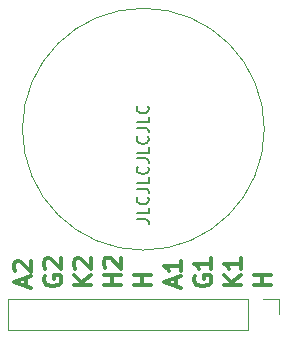
<source format=gbr>
%TF.GenerationSoftware,KiCad,Pcbnew,(6.0.5)*%
%TF.CreationDate,2023-01-12T11:55:51-05:00*%
%TF.ProjectId,12ax7_pins,31326178-375f-4706-996e-732e6b696361,rev?*%
%TF.SameCoordinates,Original*%
%TF.FileFunction,Legend,Top*%
%TF.FilePolarity,Positive*%
%FSLAX46Y46*%
G04 Gerber Fmt 4.6, Leading zero omitted, Abs format (unit mm)*
G04 Created by KiCad (PCBNEW (6.0.5)) date 2023-01-12 11:55:51*
%MOMM*%
%LPD*%
G01*
G04 APERTURE LIST*
%ADD10C,0.200000*%
%ADD11C,0.300000*%
%ADD12C,0.120000*%
G04 APERTURE END LIST*
D10*
X159472380Y-101139047D02*
X160186666Y-101139047D01*
X160329523Y-101186666D01*
X160424761Y-101281904D01*
X160472380Y-101424761D01*
X160472380Y-101520000D01*
X160472380Y-100186666D02*
X160472380Y-100662857D01*
X159472380Y-100662857D01*
X160377142Y-99281904D02*
X160424761Y-99329523D01*
X160472380Y-99472380D01*
X160472380Y-99567619D01*
X160424761Y-99710476D01*
X160329523Y-99805714D01*
X160234285Y-99853333D01*
X160043809Y-99900952D01*
X159900952Y-99900952D01*
X159710476Y-99853333D01*
X159615238Y-99805714D01*
X159520000Y-99710476D01*
X159472380Y-99567619D01*
X159472380Y-99472380D01*
X159520000Y-99329523D01*
X159567619Y-99281904D01*
X159472380Y-98567619D02*
X160186666Y-98567619D01*
X160329523Y-98615238D01*
X160424761Y-98710476D01*
X160472380Y-98853333D01*
X160472380Y-98948571D01*
X160472380Y-97615238D02*
X160472380Y-98091428D01*
X159472380Y-98091428D01*
X160377142Y-96710476D02*
X160424761Y-96758095D01*
X160472380Y-96900952D01*
X160472380Y-96996190D01*
X160424761Y-97139047D01*
X160329523Y-97234285D01*
X160234285Y-97281904D01*
X160043809Y-97329523D01*
X159900952Y-97329523D01*
X159710476Y-97281904D01*
X159615238Y-97234285D01*
X159520000Y-97139047D01*
X159472380Y-96996190D01*
X159472380Y-96900952D01*
X159520000Y-96758095D01*
X159567619Y-96710476D01*
X159472380Y-95996190D02*
X160186666Y-95996190D01*
X160329523Y-96043809D01*
X160424761Y-96139047D01*
X160472380Y-96281904D01*
X160472380Y-96377142D01*
X160472380Y-95043809D02*
X160472380Y-95520000D01*
X159472380Y-95520000D01*
X160377142Y-94139047D02*
X160424761Y-94186666D01*
X160472380Y-94329523D01*
X160472380Y-94424761D01*
X160424761Y-94567619D01*
X160329523Y-94662857D01*
X160234285Y-94710476D01*
X160043809Y-94758095D01*
X159900952Y-94758095D01*
X159710476Y-94710476D01*
X159615238Y-94662857D01*
X159520000Y-94567619D01*
X159472380Y-94424761D01*
X159472380Y-94329523D01*
X159520000Y-94186666D01*
X159567619Y-94139047D01*
X159472380Y-93424761D02*
X160186666Y-93424761D01*
X160329523Y-93472380D01*
X160424761Y-93567619D01*
X160472380Y-93710476D01*
X160472380Y-93805714D01*
X160472380Y-92472380D02*
X160472380Y-92948571D01*
X159472380Y-92948571D01*
X160377142Y-91567619D02*
X160424761Y-91615238D01*
X160472380Y-91758095D01*
X160472380Y-91853333D01*
X160424761Y-91996190D01*
X160329523Y-92091428D01*
X160234285Y-92139047D01*
X160043809Y-92186666D01*
X159900952Y-92186666D01*
X159710476Y-92139047D01*
X159615238Y-92091428D01*
X159520000Y-91996190D01*
X159472380Y-91853333D01*
X159472380Y-91758095D01*
X159520000Y-91615238D01*
X159567619Y-91567619D01*
D11*
X158158571Y-106762857D02*
X156658571Y-106762857D01*
X157372857Y-106762857D02*
X157372857Y-105905714D01*
X158158571Y-105905714D02*
X156658571Y-105905714D01*
X156801428Y-105262857D02*
X156730000Y-105191428D01*
X156658571Y-105048571D01*
X156658571Y-104691428D01*
X156730000Y-104548571D01*
X156801428Y-104477142D01*
X156944285Y-104405714D01*
X157087142Y-104405714D01*
X157301428Y-104477142D01*
X158158571Y-105334285D01*
X158158571Y-104405714D01*
X155618571Y-106762857D02*
X154118571Y-106762857D01*
X155618571Y-105905714D02*
X154761428Y-106548571D01*
X154118571Y-105905714D02*
X154975714Y-106762857D01*
X154261428Y-105334285D02*
X154190000Y-105262857D01*
X154118571Y-105120000D01*
X154118571Y-104762857D01*
X154190000Y-104620000D01*
X154261428Y-104548571D01*
X154404285Y-104477142D01*
X154547142Y-104477142D01*
X154761428Y-104548571D01*
X155618571Y-105405714D01*
X155618571Y-104477142D01*
X151650000Y-105977142D02*
X151578571Y-106120000D01*
X151578571Y-106334285D01*
X151650000Y-106548571D01*
X151792857Y-106691428D01*
X151935714Y-106762857D01*
X152221428Y-106834285D01*
X152435714Y-106834285D01*
X152721428Y-106762857D01*
X152864285Y-106691428D01*
X153007142Y-106548571D01*
X153078571Y-106334285D01*
X153078571Y-106191428D01*
X153007142Y-105977142D01*
X152935714Y-105905714D01*
X152435714Y-105905714D01*
X152435714Y-106191428D01*
X151721428Y-105334285D02*
X151650000Y-105262857D01*
X151578571Y-105120000D01*
X151578571Y-104762857D01*
X151650000Y-104620000D01*
X151721428Y-104548571D01*
X151864285Y-104477142D01*
X152007142Y-104477142D01*
X152221428Y-104548571D01*
X153078571Y-105405714D01*
X153078571Y-104477142D01*
X150110000Y-106834285D02*
X150110000Y-106120000D01*
X150538571Y-106977142D02*
X149038571Y-106477142D01*
X150538571Y-105977142D01*
X149181428Y-105548571D02*
X149110000Y-105477142D01*
X149038571Y-105334285D01*
X149038571Y-104977142D01*
X149110000Y-104834285D01*
X149181428Y-104762857D01*
X149324285Y-104691428D01*
X149467142Y-104691428D01*
X149681428Y-104762857D01*
X150538571Y-105620000D01*
X150538571Y-104691428D01*
X160698571Y-106762857D02*
X159198571Y-106762857D01*
X159912857Y-106762857D02*
X159912857Y-105905714D01*
X160698571Y-105905714D02*
X159198571Y-105905714D01*
X170858571Y-106762857D02*
X169358571Y-106762857D01*
X170072857Y-106762857D02*
X170072857Y-105905714D01*
X170858571Y-105905714D02*
X169358571Y-105905714D01*
X168318571Y-106762857D02*
X166818571Y-106762857D01*
X168318571Y-105905714D02*
X167461428Y-106548571D01*
X166818571Y-105905714D02*
X167675714Y-106762857D01*
X168318571Y-104477142D02*
X168318571Y-105334285D01*
X168318571Y-104905714D02*
X166818571Y-104905714D01*
X167032857Y-105048571D01*
X167175714Y-105191428D01*
X167247142Y-105334285D01*
X164350000Y-105977142D02*
X164278571Y-106120000D01*
X164278571Y-106334285D01*
X164350000Y-106548571D01*
X164492857Y-106691428D01*
X164635714Y-106762857D01*
X164921428Y-106834285D01*
X165135714Y-106834285D01*
X165421428Y-106762857D01*
X165564285Y-106691428D01*
X165707142Y-106548571D01*
X165778571Y-106334285D01*
X165778571Y-106191428D01*
X165707142Y-105977142D01*
X165635714Y-105905714D01*
X165135714Y-105905714D01*
X165135714Y-106191428D01*
X165778571Y-104477142D02*
X165778571Y-105334285D01*
X165778571Y-104905714D02*
X164278571Y-104905714D01*
X164492857Y-105048571D01*
X164635714Y-105191428D01*
X164707142Y-105334285D01*
X162810000Y-106834285D02*
X162810000Y-106120000D01*
X163238571Y-106977142D02*
X161738571Y-106477142D01*
X163238571Y-105977142D01*
X163238571Y-104691428D02*
X163238571Y-105548571D01*
X163238571Y-105120000D02*
X161738571Y-105120000D01*
X161952857Y-105262857D01*
X162095714Y-105405714D01*
X162167142Y-105548571D01*
D12*
%TO.C,U1*%
X170259067Y-93530000D02*
G75*
G03*
X170259067Y-93530000I-10239067J0D01*
G01*
%TO.C,J1*%
X171500000Y-107890000D02*
X171500000Y-109220000D01*
X148520000Y-107890000D02*
X148520000Y-110550000D01*
X168900000Y-107890000D02*
X168900000Y-110550000D01*
X168900000Y-110550000D02*
X148520000Y-110550000D01*
X168900000Y-107890000D02*
X148520000Y-107890000D01*
X170170000Y-107890000D02*
X171500000Y-107890000D01*
%TD*%
M02*

</source>
